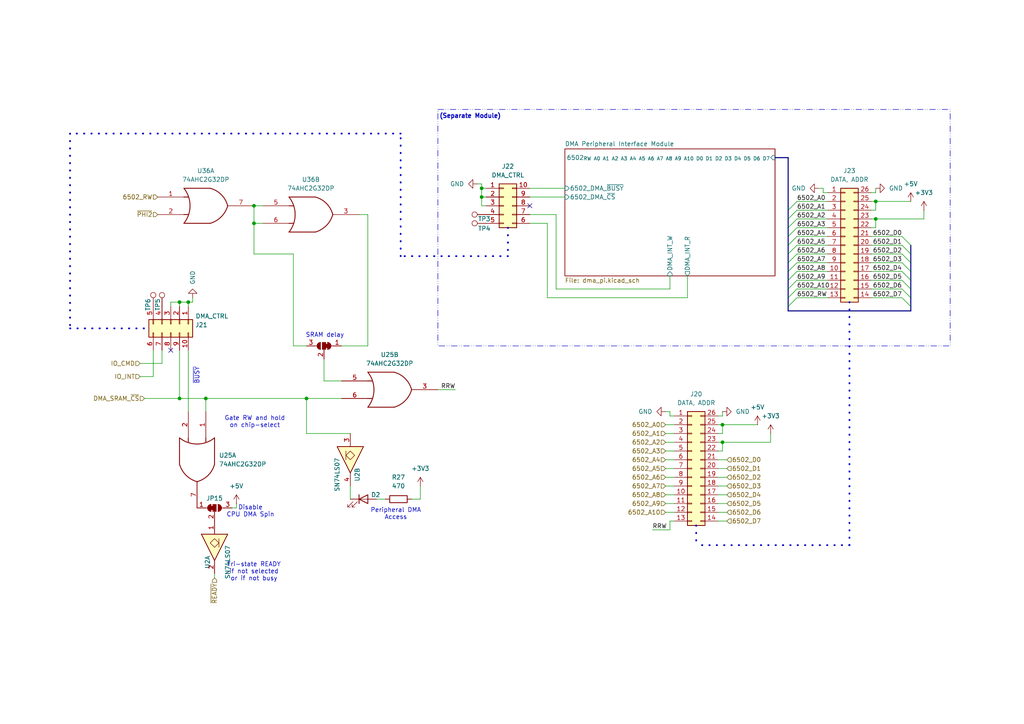
<source format=kicad_sch>
(kicad_sch (version 20250114) (generator "eeschema") (generator_version "9.0")
  (paper "A4")
  (title_block (title "65c02 Homebrew") (rev "Prelim") (company "Joseph R. Freeston") (comment 2 "https://github.com/snorklerjoe/useful6502") (comment 4 "A 65c02-based computer with peripheral i/o offloaded to a PIC16 microcontroller."))
  (lib_symbols
    (symbol "74xGxx:74LVC2G32"
      (property "Reference" "U" (at -7.62 7.62 0))
      (property "Value" "74LVC2G32" (at -7.62 -7.62 0))
      (symbol "74LVC2G32_1_1"
        (arc (start -7.62 5.08) (mid -5.838 0) (end -7.62 -5.08) (stroke (width 0.254)))
        (polyline (pts (xy -7.62 2.54) (xy -6.35 2.54)) (stroke (width 0.254)) (fill (type background)))
        (polyline (pts (xy -7.62 -2.54) (xy -6.35 -2.54)) (stroke (width 0.254)) (fill (type background)))
        (arc (start 5.08 0) (mid 3.202 -3.202) (end 0 -5.08) (stroke (width 0.254)))
        (arc (start 0 5.08) (mid 3.2271 3.2271) (end 5.08 0) (stroke (width 0.254)))
        (polyline (pts (xy 0 5.08) (xy -7.62 5.08)) (stroke (width 0.254)) (fill (type background)))
        (polyline (pts (xy 0 -5.08) (xy -7.62 -5.08)) (stroke (width 0.254)) (fill (type background)))
        (pin input line (at -15.24 2.54 0) (length 7.62) (name "~") (number "1"))
        (pin input line (at -15.24 -2.54 0) (length 7.62) (name "~") (number "2"))
        (pin output line (at 12.7 0 180) (length 7.62) (name "~") (number "7"))
      )
      (symbol "74LVC2G32_2_1"
        (arc (start -7.62 5.08) (mid -5.838 0) (end -7.62 -5.08) (stroke (width 0.254)))
        (polyline (pts (xy -7.62 2.54) (xy -6.35 2.54)) (stroke (width 0.254)) (fill (type background)))
        (polyline (pts (xy -7.62 -2.54) (xy -6.35 -2.54)) (stroke (width 0.254)) (fill (type background)))
        (arc (start 5.08 0) (mid 3.202 -3.202) (end 0 -5.08) (stroke (width 0.254)))
        (arc (start 0 5.08) (mid 3.2271 3.2271) (end 5.08 0) (stroke (width 0.254)))
        (polyline (pts (xy 0 5.08) (xy -7.62 5.08)) (stroke (width 0.254)) (fill (type background)))
        (polyline (pts (xy 0 -5.08) (xy -7.62 -5.08)) (stroke (width 0.254)) (fill (type background)))
        (pin input line (at -15.24 2.54 0) (length 7.62) (name "~") (number "5"))
        (pin input line (at -15.24 -2.54 0) (length 7.62) (name "~") (number "6"))
        (pin output line (at 12.7 0 180) (length 7.62) (name "~") (number "3"))
      )
      (symbol "74LVC2G32_3_0"
        (rectangle (start -5.08 -5.08) (end 5.08 5.08) (stroke (width 0.254)) (fill (type background)))
      )
      (symbol "74LVC2G32_3_1"
        (pin power_in line (at 0 10.16 270) (length 5.08) (name "VCC") (number "8"))
        (pin power_in line (at 0 -10.16 90) (length 5.08) (name "GND") (number "4"))
      )
    )
    (symbol "74xx:SN74LS07" (pin_names (offset 1.016))
      (property "Reference" "U2" (at 4.318 2.032 0))
      (property "Value" "SN74LS07" (at 4.318 -3.81 0))
      (symbol "SN74LS07_1_0"
        (polyline (pts (xy -3.81 3.81) (xy -3.81 -3.81) (xy 3.81 0) (xy -3.81 3.81)) (stroke (width 0.254)) (fill (type background)))
        (pin input line (at -7.62 0 0) (length 3.81) (name "~") (number "1"))
        (pin open_collector line (at 7.62 0 180) (length 3.81) (name "~") (number "2"))
      )
      (symbol "SN74LS07_1_1"
        (polyline (pts (xy -2.54 -1.27) (xy 0 -1.27)))
        (polyline (pts (xy -1.27 1.27) (xy 0 0) (xy -1.27 -1.27) (xy -2.54 0) (xy -1.27 1.27)))
      )
      (symbol "SN74LS07_2_0"
        (polyline (pts (xy -3.81 3.81) (xy -3.81 -3.81) (xy 3.81 0) (xy -3.81 3.81)) (stroke (width 0.254)) (fill (type background)))
        (pin input line (at -7.62 0 0) (length 3.81) (name "~") (number "3"))
        (pin open_collector line (at 7.62 0 180) (length 3.81) (name "~") (number "4"))
      )
      (symbol "SN74LS07_2_1"
        (polyline (pts (xy -2.54 -1.27) (xy 0 -1.27)))
        (polyline (pts (xy -1.27 1.27) (xy 0 0) (xy -1.27 -1.27) (xy -2.54 0) (xy -1.27 1.27)))
      )
      (symbol "SN74LS07_3_0"
        (polyline (pts (xy -3.81 3.81) (xy -3.81 -3.81) (xy 3.81 0) (xy -3.81 3.81)) (stroke (width 0.254)) (fill (type background)))
        (pin input line (at -7.62 0 0) (length 3.81) (name "~") (number "5"))
        (pin open_collector line (at 7.62 0 180) (length 3.81) (name "~") (number "6"))
      )
      (symbol "SN74LS07_3_1"
        (polyline (pts (xy -2.54 -1.27) (xy 0 -1.27)))
        (polyline (pts (xy -1.27 1.27) (xy 0 0) (xy -1.27 -1.27) (xy -2.54 0) (xy -1.27 1.27)))
      )
      (symbol "SN74LS07_4_0"
        (polyline (pts (xy -3.81 3.81) (xy -3.81 -3.81) (xy 3.81 0) (xy -3.81 3.81)) (stroke (width 0.254)) (fill (type background)))
        (pin input line (at -7.62 0 0) (length 3.81) (name "~") (number "9"))
        (pin open_collector line (at 7.62 0 180) (length 3.81) (name "~") (number "8"))
      )
      (symbol "SN74LS07_4_1"
        (polyline (pts (xy -2.54 -1.27) (xy 0 -1.27)))
        (polyline (pts (xy -1.27 1.27) (xy 0 0) (xy -1.27 -1.27) (xy -2.54 0) (xy -1.27 1.27)))
      )
      (symbol "SN74LS07_5_0"
        (polyline (pts (xy -3.81 3.81) (xy -3.81 -3.81) (xy 3.81 0) (xy -3.81 3.81)) (stroke (width 0.254)) (fill (type background)))
        (pin input line (at -7.62 0 0) (length 3.81) (name "~") (number "11"))
        (pin open_collector line (at 7.62 0 180) (length 3.81) (name "~") (number "10"))
      )
      (symbol "SN74LS07_5_1"
        (polyline (pts (xy -2.54 -1.27) (xy 0 -1.27)))
        (polyline (pts (xy -1.27 1.27) (xy 0 0) (xy -1.27 -1.27) (xy -2.54 0) (xy -1.27 1.27)))
      )
      (symbol "SN74LS07_6_0"
        (polyline (pts (xy -3.81 3.81) (xy -3.81 -3.81) (xy 3.81 0) (xy -3.81 3.81)) (stroke (width 0.254)) (fill (type background)))
        (pin input line (at -7.62 0 0) (length 3.81) (name "~") (number "13"))
        (pin open_collector line (at 7.62 0 180) (length 3.81) (name "~") (number "12"))
      )
      (symbol "SN74LS07_6_1"
        (polyline (pts (xy -2.54 -1.27) (xy 0 -1.27)))
        (polyline (pts (xy -1.27 1.27) (xy 0 0) (xy -1.27 -1.27) (xy -2.54 0) (xy -1.27 1.27)))
      )
      (symbol "SN74LS07_7_0"
        (pin power_in line (at 0 12.7 270) (length 5.08) (name "VCC") (number "14"))
        (pin power_in line (at 0 -12.7 90) (length 5.08) (name "GND") (number "7"))
      )
      (symbol "SN74LS07_7_1"
        (rectangle (start -5.08 7.62) (end 5.08 -7.62) (stroke (width 0.254)) (fill (type background)))
      )
    )
    (symbol "Connector:TestPoint" (pin_numbers (hide yes)) (pin_names (offset 0.762) (hide yes))
      (property "Reference" "TP" (at 0 6.858 0))
      (property "Value" "TestPoint" (at 0 5.08 0))
      (symbol "TestPoint_0_1"
        (circle (center 0 3.302) (radius 0.762))
      )
      (symbol "TestPoint_1_1"
        (pin passive line (at 0 0 90) (length 2.54) (name "1") (number "1"))
      )
    )
    (symbol "Connector_Generic:Conn_02x05_Counter_Clockwise" (pin_names (offset 1.016) (hide yes))
      (property "Reference" "J" (at 1.27 7.62 0))
      (property "Value" "Conn_02x05_Counter_Clockwise" (at 1.27 -7.62 0))
      (symbol "Conn_02x05_Counter_Clockwise_1_1"
        (rectangle (start -1.27 6.35) (end 3.81 -6.35) (stroke (width 0.254)) (fill (type background)))
        (rectangle (start -1.27 5.207) (end 0 4.953) (stroke (width 0.1524)))
        (rectangle (start -1.27 2.667) (end 0 2.413) (stroke (width 0.1524)))
        (rectangle (start -1.27 0.127) (end 0 -0.127) (stroke (width 0.1524)))
        (rectangle (start -1.27 -2.413) (end 0 -2.667) (stroke (width 0.1524)))
        (rectangle (start -1.27 -4.953) (end 0 -5.207) (stroke (width 0.1524)))
        (rectangle (start 3.81 5.207) (end 2.54 4.953) (stroke (width 0.1524)))
        (rectangle (start 3.81 2.667) (end 2.54 2.413) (stroke (width 0.1524)))
        (rectangle (start 3.81 0.127) (end 2.54 -0.127) (stroke (width 0.1524)))
        (rectangle (start 3.81 -2.413) (end 2.54 -2.667) (stroke (width 0.1524)))
        (rectangle (start 3.81 -4.953) (end 2.54 -5.207) (stroke (width 0.1524)))
        (pin passive line (at -5.08 5.08 0) (length 3.81) (name "Pin_1") (number "1"))
        (pin passive line (at -5.08 2.54 0) (length 3.81) (name "Pin_2") (number "2"))
        (pin passive line (at -5.08 0 0) (length 3.81) (name "Pin_3") (number "3"))
        (pin passive line (at -5.08 -2.54 0) (length 3.81) (name "Pin_4") (number "4"))
        (pin passive line (at -5.08 -5.08 0) (length 3.81) (name "Pin_5") (number "5"))
        (pin passive line (at 7.62 5.08 180) (length 3.81) (name "Pin_10") (number "10"))
        (pin passive line (at 7.62 2.54 180) (length 3.81) (name "Pin_9") (number "9"))
        (pin passive line (at 7.62 0 180) (length 3.81) (name "Pin_8") (number "8"))
        (pin passive line (at 7.62 -2.54 180) (length 3.81) (name "Pin_7") (number "7"))
        (pin passive line (at 7.62 -5.08 180) (length 3.81) (name "Pin_6") (number "6"))
      )
    )
    (symbol "Connector_Generic:Conn_02x13_Counter_Clockwise" (pin_names (offset 1.016) (hide yes))
      (property "Reference" "J" (at 1.27 17.78 0))
      (property "Value" "Conn_02x13_Counter_Clockwise" (at 1.27 -17.78 0))
      (symbol "Conn_02x13_Counter_Clockwise_1_1"
        (rectangle (start -1.27 16.51) (end 3.81 -16.51) (stroke (width 0.254)) (fill (type background)))
        (rectangle (start -1.27 15.367) (end 0 15.113) (stroke (width 0.1524)))
        (rectangle (start -1.27 12.827) (end 0 12.573) (stroke (width 0.1524)))
        (rectangle (start -1.27 10.287) (end 0 10.033) (stroke (width 0.1524)))
        (rectangle (start -1.27 7.747) (end 0 7.493) (stroke (width 0.1524)))
        (rectangle (start -1.27 5.207) (end 0 4.953) (stroke (width 0.1524)))
        (rectangle (start -1.27 2.667) (end 0 2.413) (stroke (width 0.1524)))
        (rectangle (start -1.27 0.127) (end 0 -0.127) (stroke (width 0.1524)))
        (rectangle (start -1.27 -2.413) (end 0 -2.667) (stroke (width 0.1524)))
        (rectangle (start -1.27 -4.953) (end 0 -5.207) (stroke (width 0.1524)))
        (rectangle (start -1.27 -7.493) (end 0 -7.747) (stroke (width 0.1524)))
        (rectangle (start -1.27 -10.033) (end 0 -10.287) (stroke (width 0.1524)))
        (rectangle (start -1.27 -12.573) (end 0 -12.827) (stroke (width 0.1524)))
        (rectangle (start -1.27 -15.113) (end 0 -15.367) (stroke (width 0.1524)))
        (rectangle (start 3.81 15.367) (end 2.54 15.113) (stroke (width 0.1524)))
        (rectangle (start 3.81 12.827) (end 2.54 12.573) (stroke (width 0.1524)))
        (rectangle (start 3.81 10.287) (end 2.54 10.033) (stroke (width 0.1524)))
        (rectangle (start 3.81 7.747) (end 2.54 7.493) (stroke (width 0.1524)))
        (rectangle (start 3.81 5.207) (end 2.54 4.953) (stroke (width 0.1524)))
        (rectangle (start 3.81 2.667) (end 2.54 2.413) (stroke (width 0.1524)))
        (rectangle (start 3.81 0.127) (end 2.54 -0.127) (stroke (width 0.1524)))
        (rectangle (start 3.81 -2.413) (end 2.54 -2.667) (stroke (width 0.1524)))
        (rectangle (start 3.81 -4.953) (end 2.54 -5.207) (stroke (width 0.1524)))
        (rectangle (start 3.81 -7.493) (end 2.54 -7.747) (stroke (width 0.1524)))
        (rectangle (start 3.81 -10.033) (end 2.54 -10.287) (stroke (width 0.1524)))
        (rectangle (start 3.81 -12.573) (end 2.54 -12.827) (stroke (width 0.1524)))
        (rectangle (start 3.81 -15.113) (end 2.54 -15.367) (stroke (width 0.1524)))
        (pin passive line (at -5.08 15.24 0) (length 3.81) (name "Pin_1") (number "1"))
        (pin passive line (at -5.08 12.7 0) (length 3.81) (name "Pin_2") (number "2"))
        (pin passive line (at -5.08 10.16 0) (length 3.81) (name "Pin_3") (number "3"))
        (pin passive line (at -5.08 7.62 0) (length 3.81) (name "Pin_4") (number "4"))
        (pin passive line (at -5.08 5.08 0) (length 3.81) (name "Pin_5") (number "5"))
        (pin passive line (at -5.08 2.54 0) (length 3.81) (name "Pin_6") (number "6"))
        (pin passive line (at -5.08 0 0) (length 3.81) (name "Pin_7") (number "7"))
        (pin passive line (at -5.08 -2.54 0) (length 3.81) (name "Pin_8") (number "8"))
        (pin passive line (at -5.08 -5.08 0) (length 3.81) (name "Pin_9") (number "9"))
        (pin passive line (at -5.08 -7.62 0) (length 3.81) (name "Pin_10") (number "10"))
        (pin passive line (at -5.08 -10.16 0) (length 3.81) (name "Pin_11") (number "11"))
        (pin passive line (at -5.08 -12.7 0) (length 3.81) (name "Pin_12") (number "12"))
        (pin passive line (at -5.08 -15.24 0) (length 3.81) (name "Pin_13") (number "13"))
        (pin passive line (at 7.62 15.24 180) (length 3.81) (name "Pin_26") (number "26"))
        (pin passive line (at 7.62 12.7 180) (length 3.81) (name "Pin_25") (number "25"))
        (pin passive line (at 7.62 10.16 180) (length 3.81) (name "Pin_24") (number "24"))
        (pin passive line (at 7.62 7.62 180) (length 3.81) (name "Pin_23") (number "23"))
        (pin passive line (at 7.62 5.08 180) (length 3.81) (name "Pin_22") (number "22"))
        (pin passive line (at 7.62 2.54 180) (length 3.81) (name "Pin_21") (number "21"))
        (pin passive line (at 7.62 0 180) (length 3.81) (name "Pin_20") (number "20"))
        (pin passive line (at 7.62 -2.54 180) (length 3.81) (name "Pin_19") (number "19"))
        (pin passive line (at 7.62 -5.08 180) (length 3.81) (name "Pin_18") (number "18"))
        (pin passive line (at 7.62 -7.62 180) (length 3.81) (name "Pin_17") (number "17"))
        (pin passive line (at 7.62 -10.16 180) (length 3.81) (name "Pin_16") (number "16"))
        (pin passive line (at 7.62 -12.7 180) (length 3.81) (name "Pin_15") (number "15"))
        (pin passive line (at 7.62 -15.24 180) (length 3.81) (name "Pin_14") (number "14"))
      )
    )
    (symbol "Device:LED" (pin_numbers (hide yes)) (pin_names (offset 1.016) (hide yes))
      (property "Reference" "D" (at 0 2.54 0))
      (property "Value" "LED" (at 0 -2.54 0))
      (symbol "LED_0_1"
        (polyline (pts (xy -3.048 -0.762) (xy -4.572 -2.286) (xy -3.81 -2.286) (xy -4.572 -2.286) (xy -4.572 -1.524)))
        (polyline (pts (xy -1.778 -0.762) (xy -3.302 -2.286) (xy -2.54 -2.286) (xy -3.302 -2.286) (xy -3.302 -1.524)))
        (polyline (pts (xy -1.27 0) (xy 1.27 0)))
        (polyline (pts (xy -1.27 -1.27) (xy -1.27 1.27)) (stroke (width 0.254)))
        (polyline (pts (xy 1.27 -1.27) (xy 1.27 1.27) (xy -1.27 0) (xy 1.27 -1.27)) (stroke (width 0.254)))
      )
      (symbol "LED_1_1"
        (pin passive line (at -3.81 0 0) (length 2.54) (name "K") (number "1"))
        (pin passive line (at 3.81 0 180) (length 2.54) (name "A") (number "2"))
      )
    )
    (symbol "Device:R" (pin_numbers (hide yes)) (pin_names (offset 0))
      (property "Reference" "R" (at 2.032 0 90))
      (property "Value" "R" (at 0 0 90))
      (symbol "R_0_1"
        (rectangle (start -1.016 -2.54) (end 1.016 2.54) (stroke (width 0.254)))
      )
      (symbol "R_1_1"
        (pin passive line (at 0 3.81 270) (length 1.27) (name "~") (number "1"))
        (pin passive line (at 0 -3.81 90) (length 1.27) (name "~") (number "2"))
      )
    )
    (symbol "Jumper:SolderJumper_3_Bridged12" (pin_names (offset 0) (hide yes)) (in_bom no)
      (property "Reference" "JP" (at -2.54 -2.54 0))
      (property "Value" "SolderJumper_3_Bridged12" (at 0 2.794 0))
      (symbol "SolderJumper_3_Bridged12_0_1"
        (polyline (pts (xy -2.54 0) (xy -2.032 0)))
        (polyline (pts (xy -1.016 1.016) (xy -1.016 -1.016)))
        (rectangle (start -1.016 0.508) (end -0.508 -0.508) (fill (type outline)))
        (arc (start -1.016 -1.016) (mid -2.0276 0) (end -1.016 1.016))
        (arc (start -1.016 -1.016) (mid -2.0276 0) (end -1.016 1.016) (fill (type outline)))
        (rectangle (start -0.508 1.016) (end 0.508 -1.016) (fill (type outline)))
        (polyline (pts (xy 0 -1.27) (xy 0 -1.016)))
        (arc (start 1.016 1.016) (mid 2.0276 0) (end 1.016 -1.016))
        (arc (start 1.016 1.016) (mid 2.0276 0) (end 1.016 -1.016) (fill (type outline)))
        (polyline (pts (xy 1.016 1.016) (xy 1.016 -1.016)))
        (polyline (pts (xy 2.54 0) (xy 2.032 0)))
      )
      (symbol "SolderJumper_3_Bridged12_1_1"
        (pin passive line (at -5.08 0 0) (length 2.54) (name "A") (number "1"))
        (pin passive line (at 0 -3.81 90) (length 2.54) (name "C") (number "2"))
        (pin passive line (at 5.08 0 180) (length 2.54) (name "B") (number "3"))
      )
    )
    (symbol "SN74LS07_1" (pin_names (offset 1.016))
      (property "Reference" "U2" (at 4.318 2.032 0))
      (property "Value" "SN74LS07" (at 4.318 -3.81 0))
      (symbol "SN74LS07_1_1_0"
        (polyline (pts (xy -3.81 3.81) (xy -3.81 -3.81) (xy 3.81 0) (xy -3.81 3.81)) (stroke (width 0.254)) (fill (type background)))
        (pin input line (at -7.62 0 0) (length 3.81) (name "~") (number "1"))
        (pin open_collector line (at 7.62 0 180) (length 3.81) (name "~") (number "2"))
      )
      (symbol "SN74LS07_1_1_1"
        (polyline (pts (xy -2.54 -1.27) (xy 0 -1.27)))
        (polyline (pts (xy -1.27 1.27) (xy 0 0) (xy -1.27 -1.27) (xy -2.54 0) (xy -1.27 1.27)))
      )
      (symbol "SN74LS07_1_2_0"
        (polyline (pts (xy -3.81 3.81) (xy -3.81 -3.81) (xy 3.81 0) (xy -3.81 3.81)) (stroke (width 0.254)) (fill (type background)))
        (pin input line (at -7.62 0 0) (length 3.81) (name "~") (number "3"))
        (pin open_collector line (at 7.62 0 180) (length 3.81) (name "~") (number "4"))
      )
      (symbol "SN74LS07_1_2_1"
        (polyline (pts (xy -2.54 -1.27) (xy 0 -1.27)))
        (polyline (pts (xy -1.27 1.27) (xy 0 0) (xy -1.27 -1.27) (xy -2.54 0) (xy -1.27 1.27)))
      )
      (symbol "SN74LS07_1_3_0"
        (polyline (pts (xy -3.81 3.81) (xy -3.81 -3.81) (xy 3.81 0) (xy -3.81 3.81)) (stroke (width 0.254)) (fill (type background)))
        (pin input line (at -7.62 0 0) (length 3.81) (name "~") (number "5"))
        (pin open_collector line (at 7.62 0 180) (length 3.81) (name "~") (number "6"))
      )
      (symbol "SN74LS07_1_3_1"
        (polyline (pts (xy -2.54 -1.27) (xy 0 -1.27)))
        (polyline (pts (xy -1.27 1.27) (xy 0 0) (xy -1.27 -1.27) (xy -2.54 0) (xy -1.27 1.27)))
      )
      (symbol "SN74LS07_1_4_0"
        (polyline (pts (xy -3.81 3.81) (xy -3.81 -3.81) (xy 3.81 0) (xy -3.81 3.81)) (stroke (width 0.254)) (fill (type background)))
        (pin input line (at -7.62 0 0) (length 3.81) (name "~") (number "9"))
        (pin open_collector line (at 7.62 0 180) (length 3.81) (name "~") (number "8"))
      )
      (symbol "SN74LS07_1_4_1"
        (polyline (pts (xy -2.54 -1.27) (xy 0 -1.27)))
        (polyline (pts (xy -1.27 1.27) (xy 0 0) (xy -1.27 -1.27) (xy -2.54 0) (xy -1.27 1.27)))
      )
      (symbol "SN74LS07_1_5_0"
        (polyline (pts (xy -3.81 3.81) (xy -3.81 -3.81) (xy 3.81 0) (xy -3.81 3.81)) (stroke (width 0.254)) (fill (type background)))
        (pin input line (at -7.62 0 0) (length 3.81) (name "~") (number "11"))
        (pin open_collector line (at 7.62 0 180) (length 3.81) (name "~") (number "10"))
      )
      (symbol "SN74LS07_1_5_1"
        (polyline (pts (xy -2.54 -1.27) (xy 0 -1.27)))
        (polyline (pts (xy -1.27 1.27) (xy 0 0) (xy -1.27 -1.27) (xy -2.54 0) (xy -1.27 1.27)))
      )
      (symbol "SN74LS07_1_6_0"
        (polyline (pts (xy -3.81 3.81) (xy -3.81 -3.81) (xy 3.81 0) (xy -3.81 3.81)) (stroke (width 0.254)) (fill (type background)))
        (pin input line (at -7.62 0 0) (length 3.81) (name "~") (number "13"))
        (pin open_collector line (at 7.62 0 180) (length 3.81) (name "~") (number "12"))
      )
      (symbol "SN74LS07_1_6_1"
        (polyline (pts (xy -2.54 -1.27) (xy 0 -1.27)))
        (polyline (pts (xy -1.27 1.27) (xy 0 0) (xy -1.27 -1.27) (xy -2.54 0) (xy -1.27 1.27)))
      )
      (symbol "SN74LS07_1_7_0"
        (pin power_in line (at 0 12.7 270) (length 5.08) (name "VCC") (number "14"))
        (pin power_in line (at 0 -12.7 90) (length 5.08) (name "GND") (number "7"))
      )
      (symbol "SN74LS07_1_7_1"
        (rectangle (start -5.08 7.62) (end 5.08 -7.62) (stroke (width 0.254)) (fill (type background)))
      )
    )
    (symbol "power:+3V3" (power) (pin_numbers (hide yes)) (pin_names (offset 0) (hide yes))
      (property "Value" "+3V3" (at 0 3.556 0))
      (symbol "+3V3_0_1"
        (polyline (pts (xy -0.762 1.27) (xy 0 2.54)))
        (polyline (pts (xy 0 2.54) (xy 0.762 1.27)))
        (polyline (pts (xy 0 0) (xy 0 2.54)))
      )
      (symbol "+3V3_1_1"
        (pin power_in line (at 0 0 90) (length 0) (name "~") (number "1"))
      )
    )
    (symbol "power:+5V" (power) (pin_numbers (hide yes)) (pin_names (offset 0) (hide yes))
      (property "Value" "+5V" (at 0 3.556 0))
      (symbol "+5V_0_1"
        (polyline (pts (xy -0.762 1.27) (xy 0 2.54)))
        (polyline (pts (xy 0 2.54) (xy 0.762 1.27)))
        (polyline (pts (xy 0 0) (xy 0 2.54)))
      )
      (symbol "+5V_1_1"
        (pin power_in line (at 0 0 90) (length 0) (name "~") (number "1"))
      )
    )
    (symbol "power:GND" (power) (pin_numbers (hide yes)) (pin_names (offset 0) (hide yes))
      (property "Value" "GND" (at 0 -3.81 0))
      (symbol "GND_0_1"
        (polyline (pts (xy 0 0) (xy 0 -1.27) (xy 1.27 -1.27) (xy 0 -2.54) (xy -1.27 -1.27) (xy 0 -1.27)))
      )
      (symbol "GND_1_1"
        (pin power_in line (at 0 0 270) (length 0) (name "~") (number "1"))
      )
    )
  )
  (rectangle (start 127 31.75) (end 275.59 100.33) (stroke (width 0) (type dash_dot_dot)))
  (text "SRAM delay" (at 94.234 97.282 0) (effects (font (size 1.27 1.27))))
  (text "Gate RW and hold\non chip-select" (at 73.914 122.428 0) (effects (font (size 1.27 1.27))))
  (text "Tri-state READY\nif not selected\nor if not busy" (at 73.66 165.862 0) (effects (font (size 1.27 1.27))))
  (text "(Separate Module)" (at 136.398 33.782 0) (effects (font (size 1.27 1.27) (thickness 0.254) (bold yes))))
  (text "~{BUSY}" (at 57.15 108.966 90) (effects (font (size 1.27 1.27))))
  (text "Disable\nCPU DMA Spin" (at 72.644 148.336 0) (effects (font (size 1.27 1.27))))
  (text "Peripheral DMA\nAccess" (at 114.808 149.098 0) (effects (font (size 1.27 1.27))))
  (junction (at 209.55 123.19))
  (junction (at 73.66 64.77))
  (junction (at 88.9 115.57))
  (junction (at 54.61 87.63))
  (junction (at 254 58.42))
  (junction (at 52.07 87.63))
  (junction (at 73.66 59.69))
  (junction (at 139.7 54.61))
  (junction (at 59.69 115.57))
  (junction (at 52.07 115.57))
  (junction (at 254 63.5))
  (junction (at 209.55 128.27))
  (junction (at 139.7 57.15))
  (no_connect (at 49.53 101.6))
  (no_connect (at 153.67 59.69))
  (bus_entry (at 228.6 78.74) (size 2.54 -2.54))
  (bus_entry (at 228.6 66.04) (size 2.54 -2.54))
  (bus_entry (at 228.6 68.58) (size 2.54 -2.54))
  (bus_entry (at 264.16 81.28) (size -2.54 -2.54))
  (bus_entry (at 228.6 63.5) (size 2.54 -2.54))
  (bus_entry (at 228.6 88.9) (size 2.54 -2.54))
  (bus_entry (at 228.6 76.2) (size 2.54 -2.54))
  (bus_entry (at 264.16 73.66) (size -2.54 -2.54))
  (bus_entry (at 264.16 86.36) (size -2.54 -2.54))
  (bus_entry (at 264.16 88.9) (size -2.54 -2.54))
  (bus_entry (at 228.6 83.82) (size 2.54 -2.54))
  (bus_entry (at 228.6 71.12) (size 2.54 -2.54))
  (bus_entry (at 228.6 60.96) (size 2.54 -2.54))
  (bus_entry (at 264.16 76.2) (size -2.54 -2.54))
  (bus_entry (at 228.6 86.36) (size 2.54 -2.54))
  (bus_entry (at 264.16 83.82) (size -2.54 -2.54))
  (bus_entry (at 228.6 73.66) (size 2.54 -2.54))
  (bus_entry (at 264.16 71.12) (size -2.54 -2.54))
  (bus_entry (at 264.16 78.74) (size -2.54 -2.54))
  (bus_entry (at 228.6 81.28) (size 2.54 -2.54))
  (wire (pts (xy 153.67 54.61) (xy 163.83 54.61)))
  (wire (pts (xy 52.07 87.63) (xy 49.53 87.63)))
  (wire (pts (xy 52.07 115.57) (xy 59.69 115.57)))
  (wire (pts (xy 88.9 115.57) (xy 99.06 115.57)))
  (wire (pts (xy 73.66 73.66) (xy 73.66 64.77)))
  (wire (pts (xy 193.04 119.38) (xy 194.31 119.38)))
  (wire (pts (xy 254 58.42) (xy 254 60.96)))
  (bus (pts (xy 228.6 90.17) (xy 228.6 88.9)))
  (wire (pts (xy 252.73 55.88) (xy 254 55.88)))
  (wire (pts (xy 252.73 63.5) (xy 254 63.5)))
  (wire (pts (xy 121.92 144.78) (xy 119.38 144.78)))
  (wire (pts (xy 252.73 60.96) (xy 254 60.96)))
  (bus (pts (xy 228.6 66.04) (xy 228.6 68.58)))
  (bus (pts (xy 228.6 76.2) (xy 228.6 78.74)))
  (wire (pts (xy 194.31 153.67) (xy 194.31 151.13)))
  (wire (pts (xy 193.04 135.89) (xy 195.58 135.89)))
  (wire (pts (xy 68.58 147.32) (xy 67.31 147.32)))
  (wire (pts (xy 161.29 62.23) (xy 161.29 83.82)))
  (bus (pts (xy 224.79 45.72) (xy 228.6 45.72)))
  (bus (pts (xy 228.6 81.28) (xy 228.6 83.82)))
  (wire (pts (xy 153.67 62.23) (xy 161.29 62.23)))
  (wire (pts (xy 193.04 146.05) (xy 195.58 146.05)))
  (wire (pts (xy 59.69 115.57) (xy 88.9 115.57)))
  (wire (pts (xy 240.03 76.2) (xy 231.14 76.2)))
  (wire (pts (xy 261.62 76.2) (xy 252.73 76.2)))
  (wire (pts (xy 252.73 71.12) (xy 261.62 71.12)))
  (wire (pts (xy 208.28 128.27) (xy 209.55 128.27)))
  (bus (pts (xy 264.16 90.17) (xy 264.16 88.9)))
  (wire (pts (xy 252.73 66.04) (xy 254 66.04)))
  (wire (pts (xy 237.49 54.61) (xy 238.76 54.61)))
  (wire (pts (xy 158.75 86.36) (xy 199.39 86.36)))
  (wire (pts (xy 193.04 143.51) (xy 195.58 143.51)))
  (wire (pts (xy 127 113.03) (xy 132.08 113.03)))
  (polyline (pts (xy 246.38 158.115) (xy 201.93 158.115)) (stroke (width 0.508) (type dot)))
  (bus (pts (xy 228.6 86.36) (xy 228.6 88.9)))
  (wire (pts (xy 252.73 81.28) (xy 261.62 81.28)))
  (wire (pts (xy 73.66 59.69) (xy 73.66 64.77)))
  (wire (pts (xy 199.39 80.01) (xy 199.39 86.36)))
  (wire (pts (xy 209.55 130.81) (xy 209.55 128.27)))
  (bus (pts (xy 264.16 71.12) (xy 264.16 73.66)))
  (wire (pts (xy 240.03 58.42) (xy 231.14 58.42)))
  (wire (pts (xy 55.88 87.63) (xy 54.61 87.63)))
  (wire (pts (xy 52.07 88.9) (xy 52.07 87.63)))
  (wire (pts (xy 189.23 153.67) (xy 194.31 153.67)))
  (wire (pts (xy 240.03 68.58) (xy 231.14 68.58)))
  (wire (pts (xy 140.97 57.15) (xy 139.7 57.15)))
  (wire (pts (xy 140.97 59.69) (xy 139.7 59.69)))
  (polyline (pts (xy 20.32 38.735) (xy 20.32 95.25)) (stroke (width 0.508) (type dot)))
  (wire (pts (xy 240.03 86.36) (xy 231.14 86.36)))
  (wire (pts (xy 254 58.42) (xy 264.16 58.42)))
  (polyline (pts (xy 116.205 38.735) (xy 20.32 38.735)) (stroke (width 0.508) (type dot)))
  (wire (pts (xy 193.04 138.43) (xy 195.58 138.43)))
  (polyline (pts (xy 116.205 74.295) (xy 116.205 38.735)) (stroke (width 0.508) (type dot)))
  (wire (pts (xy 49.53 88.9) (xy 49.53 87.63)))
  (wire (pts (xy 153.67 57.15) (xy 163.83 57.15)))
  (bus (pts (xy 264.16 78.74) (xy 264.16 81.28)))
  (wire (pts (xy 254 66.04) (xy 254 63.5)))
  (wire (pts (xy 193.04 133.35) (xy 195.58 133.35)))
  (wire (pts (xy 240.03 83.82) (xy 231.14 83.82)))
  (wire (pts (xy 139.7 53.34) (xy 139.7 54.61)))
  (wire (pts (xy 252.73 68.58) (xy 261.62 68.58)))
  (wire (pts (xy 240.03 78.74) (xy 231.14 78.74)))
  (bus (pts (xy 228.6 63.5) (xy 228.6 66.04)))
  (wire (pts (xy 208.28 120.65) (xy 209.55 120.65)))
  (wire (pts (xy 240.03 81.28) (xy 231.14 81.28)))
  (wire (pts (xy 208.28 143.51) (xy 210.82 143.51)))
  (wire (pts (xy 138.43 53.34) (xy 139.7 53.34)))
  (wire (pts (xy 68.58 146.05) (xy 68.58 147.32)))
  (bus (pts (xy 264.16 76.2) (xy 264.16 78.74)))
  (wire (pts (xy 194.31 120.65) (xy 195.58 120.65)))
  (wire (pts (xy 158.75 64.77) (xy 153.67 64.77)))
  (wire (pts (xy 158.75 86.36) (xy 158.75 64.77)))
  (wire (pts (xy 104.14 62.23) (xy 106.68 62.23)))
  (wire (pts (xy 254 54.61) (xy 254 55.88)))
  (wire (pts (xy 46.99 101.6) (xy 46.99 105.41)))
  (wire (pts (xy 194.31 151.13) (xy 195.58 151.13)))
  (wire (pts (xy 40.64 105.41) (xy 46.99 105.41)))
  (wire (pts (xy 52.07 101.6) (xy 52.07 115.57)))
  (bus (pts (xy 264.16 81.28) (xy 264.16 83.82)))
  (wire (pts (xy 85.09 73.66) (xy 73.66 73.66)))
  (wire (pts (xy 99.06 100.33) (xy 106.68 100.33)))
  (wire (pts (xy 240.03 71.12) (xy 231.14 71.12)))
  (wire (pts (xy 238.76 55.88) (xy 240.03 55.88)))
  (wire (pts (xy 111.76 144.78) (xy 109.22 144.78)))
  (polyline (pts (xy 246.38 87.63) (xy 246.38 158.115)) (stroke (width 0.508) (type dot)))
  (wire (pts (xy 93.98 110.49) (xy 99.06 110.49)))
  (wire (pts (xy 101.6 144.78) (xy 101.6 140.97)))
  (wire (pts (xy 267.97 63.5) (xy 267.97 60.96)))
  (bus (pts (xy 228.6 68.58) (xy 228.6 71.12)))
  (wire (pts (xy 54.61 87.63) (xy 54.61 88.9)))
  (wire (pts (xy 193.04 140.97) (xy 195.58 140.97)))
  (wire (pts (xy 193.04 148.59) (xy 195.58 148.59)))
  (wire (pts (xy 121.92 140.97) (xy 121.92 144.78)))
  (wire (pts (xy 139.7 54.61) (xy 139.7 57.15)))
  (wire (pts (xy 208.28 133.35) (xy 210.82 133.35)))
  (wire (pts (xy 208.28 135.89) (xy 210.82 135.89)))
  (wire (pts (xy 210.82 140.97) (xy 208.28 140.97)))
  (wire (pts (xy 208.28 123.19) (xy 209.55 123.19)))
  (polyline (pts (xy 201.93 152.4) (xy 201.93 158.115)) (stroke (width 0.508) (type dot)))
  (wire (pts (xy 88.9 125.73) (xy 88.9 115.57)))
  (wire (pts (xy 254 63.5) (xy 267.97 63.5)))
  (wire (pts (xy 240.03 63.5) (xy 231.14 63.5)))
  (wire (pts (xy 209.55 123.19) (xy 219.71 123.19)))
  (wire (pts (xy 193.04 125.73) (xy 195.58 125.73)))
  (wire (pts (xy 139.7 57.15) (xy 139.7 59.69)))
  (wire (pts (xy 85.09 100.33) (xy 85.09 73.66)))
  (bus (pts (xy 264.16 73.66) (xy 264.16 76.2)))
  (polyline (pts (xy 147.32 74.295) (xy 116.205 74.295)) (stroke (width 0.508) (type dot)))
  (bus (pts (xy 264.16 83.82) (xy 264.16 86.36)))
  (wire (pts (xy 252.73 58.42) (xy 254 58.42)))
  (wire (pts (xy 62.23 166.37) (xy 62.23 167.64)))
  (bus (pts (xy 228.6 83.82) (xy 228.6 86.36)))
  (bus (pts (xy 228.6 60.96) (xy 228.6 63.5)))
  (wire (pts (xy 238.76 54.61) (xy 238.76 55.88)))
  (wire (pts (xy 101.6 125.73) (xy 88.9 125.73)))
  (wire (pts (xy 41.91 115.57) (xy 52.07 115.57)))
  (wire (pts (xy 85.09 100.33) (xy 88.9 100.33)))
  (wire (pts (xy 55.88 86.36) (xy 55.88 87.63)))
  (wire (pts (xy 240.03 73.66) (xy 231.14 73.66)))
  (polyline (pts (xy 147.32 66.04) (xy 147.32 74.295)) (stroke (width 0.508) (type dot)))
  (wire (pts (xy 44.45 101.6) (xy 44.45 109.22)))
  (wire (pts (xy 193.04 128.27) (xy 195.58 128.27)))
  (wire (pts (xy 54.61 101.6) (xy 54.61 119.38)))
  (wire (pts (xy 240.03 60.96) (xy 231.14 60.96)))
  (wire (pts (xy 54.61 87.63) (xy 52.07 87.63)))
  (wire (pts (xy 208.28 130.81) (xy 209.55 130.81)))
  (wire (pts (xy 161.29 83.82) (xy 194.31 83.82)))
  (wire (pts (xy 252.73 86.36) (xy 261.62 86.36)))
  (wire (pts (xy 240.03 66.04) (xy 231.14 66.04)))
  (wire (pts (xy 76.2 64.77) (xy 73.66 64.77)))
  (wire (pts (xy 209.55 128.27) (xy 223.52 128.27)))
  (bus (pts (xy 264.16 90.17) (xy 228.6 90.17)))
  (wire (pts (xy 193.04 123.19) (xy 195.58 123.19)))
  (wire (pts (xy 106.68 62.23) (xy 106.68 100.33)))
  (wire (pts (xy 252.73 83.82) (xy 261.62 83.82)))
  (bus (pts (xy 264.16 86.36) (xy 264.16 88.9)))
  (bus (pts (xy 228.6 71.12) (xy 228.6 73.66)))
  (wire (pts (xy 209.55 119.38) (xy 209.55 120.65)))
  (wire (pts (xy 208.28 125.73) (xy 209.55 125.73)))
  (wire (pts (xy 139.7 54.61) (xy 140.97 54.61)))
  (bus (pts (xy 228.6 45.72) (xy 228.6 60.96)))
  (wire (pts (xy 208.28 148.59) (xy 210.82 148.59)))
  (wire (pts (xy 40.64 109.22) (xy 44.45 109.22)))
  (wire (pts (xy 223.52 128.27) (xy 223.52 125.73)))
  (wire (pts (xy 193.04 130.81) (xy 195.58 130.81)))
  (wire (pts (xy 76.2 59.69) (xy 73.66 59.69)))
  (polyline (pts (xy 20.32 95.25) (xy 43.18 95.25)) (stroke (width 0.508) (type dot)))
  (wire (pts (xy 208.28 151.13) (xy 210.82 151.13)))
  (wire (pts (xy 208.28 146.05) (xy 210.82 146.05)))
  (wire (pts (xy 208.28 138.43) (xy 210.82 138.43)))
  (wire (pts (xy 209.55 123.19) (xy 209.55 125.73)))
  (wire (pts (xy 252.73 78.74) (xy 261.62 78.74)))
  (wire (pts (xy 194.31 119.38) (xy 194.31 120.65)))
  (wire (pts (xy 194.31 80.01) (xy 194.31 83.82)))
  (wire (pts (xy 252.73 73.66) (xy 261.62 73.66)))
  (wire (pts (xy 59.69 115.57) (xy 59.69 119.38)))
  (bus (pts (xy 228.6 73.66) (xy 228.6 76.2)))
  (wire (pts (xy 93.98 104.14) (xy 93.98 110.49)))
  (bus (pts (xy 228.6 78.74) (xy 228.6 81.28)))
  (label "6502_D0" (at 261.62 68.58 180))
  (label "6502_A1" (at 231.14 60.96 0))
  (label "6502_A9" (at 231.14 81.28 0))
  (label "6502_A7" (at 231.14 76.2 0))
  (label "6502_D7" (at 261.62 86.36 180))
  (label "RRW" (at 132.08 113.03 180))
  (label "6502_A5" (at 231.14 71.12 0))
  (label "6502_D5" (at 261.62 81.28 180))
  (label "6502_D4" (at 261.62 78.74 180))
  (label "6502_A0" (at 231.14 58.42 0))
  (label "6502_D6" (at 261.62 83.82 180))
  (label "6502_D1" (at 261.62 71.12 180))
  (label "6502_A3" (at 231.14 66.04 0))
  (label "6502_A10" (at 231.14 83.82 0))
  (label "6502_RW" (at 231.14 86.36 0))
  (label "6502_A4" (at 231.14 68.58 0))
  (label "6502_D3" (at 261.62 76.2 180))
  (label "6502_D2" (at 261.62 73.66 180))
  (label "RRW" (at 189.23 153.67 0))
  (label "6502_A2" (at 231.14 63.5 0))
  (label "6502_A8" (at 231.14 78.74 0))
  (label "6502_A6" (at 231.14 73.66 0))
  (hierarchical_label "~{PHI2}" (shape input) (at 45.72 62.23 180))
  (hierarchical_label "6502_D2" (shape input) (at 210.82 138.43 0) (effects (font (thickness 0.1588))))
  (hierarchical_label "IO_CMD" (shape input) (at 40.64 105.41 180))
  (hierarchical_label "6502_A10" (shape input) (at 193.04 148.59 180) (effects (font (thickness 0.1588))))
  (hierarchical_label "6502_A4" (shape input) (at 193.04 133.35 180) (effects (font (thickness 0.1588))))
  (hierarchical_label "6502_D6" (shape input) (at 210.82 148.59 0) (effects (font (thickness 0.1588))))
  (hierarchical_label "6502_D0" (shape input) (at 210.82 133.35 0) (effects (font (thickness 0.1588))))
  (hierarchical_label "6502_A0" (shape input) (at 193.04 123.19 180) (effects (font (thickness 0.1588))))
  (hierarchical_label "6502_D1" (shape input) (at 210.82 135.89 0) (effects (font (thickness 0.1588))))
  (hierarchical_label "6502_RW" (shape input) (at 45.72 57.15 180) (effects (font (thickness 0.1588))))
  (hierarchical_label "6502_D3" (shape input) (at 210.82 140.97 0) (effects (font (thickness 0.1588))))
  (hierarchical_label "6502_A5" (shape input) (at 193.04 135.89 180) (effects (font (thickness 0.1588))))
  (hierarchical_label "6502_A3" (shape input) (at 193.04 130.81 180) (effects (font (thickness 0.1588))))
  (hierarchical_label "6502_D7" (shape input) (at 210.82 151.13 0) (effects (font (thickness 0.1588))))
  (hierarchical_label "DMA_SRAM_~{CS}" (shape input) (at 41.91 115.57 180))
  (hierarchical_label "6502_A9" (shape input) (at 193.04 146.05 180) (effects (font (thickness 0.1588))))
  (hierarchical_label "6502_D4" (shape input) (at 210.82 143.51 0) (effects (font (thickness 0.1588))))
  (hierarchical_label "6502_A8" (shape input) (at 193.04 143.51 180) (effects (font (thickness 0.1588))))
  (hierarchical_label "IO_INT" (shape input) (at 40.64 109.22 180))
  (hierarchical_label "6502_A2" (shape input) (at 193.04 128.27 180) (effects (font (thickness 0.1588))))
  (hierarchical_label "6502_D5" (shape input) (at 210.82 146.05 0) (effects (font (thickness 0.1588))))
  (hierarchical_label "6502_A7" (shape input) (at 193.04 140.97 180) (effects (font (thickness 0.1588))))
  (hierarchical_label "6502_A1" (shape input) (at 193.04 125.73 180) (effects (font (thickness 0.1588))))
  (hierarchical_label "6502_A6" (shape input) (at 193.04 138.43 180) (effects (font (thickness 0.1588))))
  (hierarchical_label "~{READY}" (shape input) (at 62.23 167.64 270))
  (symbol (lib_id "74xGxx:74LVC2G32") (at 91.44 62.23 0) (unit 2)
    (property "Reference" "U36" (at 90.17 52.07 0))
    (property "Value" "74AHC2G32DP" (at 90.17 54.61 0))
    (property "Datasheet" "http://www.ti.com/lit/sg/scyt129e/scyt129e.pdf" (effects (hide yes)))
    (property "Description" "Dual OR Gate, Low-Voltage CMOS" (effects (hide yes)))
  )
  (symbol (lib_id "74xGxx:74LVC2G32") (at 57.15 134.62 270) (unit 1)
    (property "Reference" "U25" (at 63.5 132.0799 90) (effects (justify left)))
    (property "Value" "74AHC2G32DP" (at 63.5 134.6199 90) (effects (justify left)))
    (property "Datasheet" "http://www.ti.com/lit/sg/scyt129e/scyt129e.pdf" (effects (hide yes)))
    (property "Description" "Dual OR Gate, Low-Voltage CMOS" (effects (hide yes)))
  )
  (symbol (lib_id "Connector:TestPoint") (at 140.97 64.77 90) (unit 1)
    (property "Reference" "TP4" (at 140.462 66.294 90))
    (property "Value" "TestPoint" (effects (hide yes)))
    (property "Description" "test point" (effects (hide yes)))
  )
  (symbol (lib_id "power:GND") (at 209.55 119.38 90) (unit 1)
    (property "Reference" "#PWR0103" (effects (hide yes)))
    (property "Value" "GND" (at 213.36 119.3799 90) (effects (justify right)))
    (property "Description" "Power symbol creates a global label with name \"GND\" , ground" (effects (hide yes)))
  )
  (symbol (lib_id "power:+3V3") (at 223.52 125.73 0) (unit 1)
    (property "Reference" "#PWR0105" (effects (hide yes)))
    (property "Value" "+3V3" (at 223.52 120.65 0))
    (property "Description" "Power symbol creates a global label with name \"+3V3\"" (effects (hide yes)))
  )
  (symbol (lib_id "Jumper:SolderJumper_3_Bridged12") (at 93.98 100.33 0) (mirror y) (unit 1) (in_bom no)
    (property "Reference" "JP22" (effects (hide yes)))
    (property "Value" "SolderJumper_3_Bridged12" (effects (hide yes)))
    (property "Description" "3-pole Solder Jumper, pins 1+2 closed/bridged" (effects (hide yes)))
  )
  (symbol (lib_id "74xGxx:74LVC2G32") (at 114.3 113.03 0) (unit 2)
    (property "Reference" "U25" (at 113.03 102.87 0))
    (property "Value" "74AHC2G32DP" (at 113.03 105.41 0))
    (property "Datasheet" "http://www.ti.com/lit/sg/scyt129e/scyt129e.pdf" (effects (hide yes)))
    (property "Description" "Dual OR Gate, Low-Voltage CMOS" (effects (hide yes)))
  )
  (symbol (lib_id "power:+3V3") (at 121.92 140.97 0) (unit 1)
    (property "Reference" "#PWR0108" (effects (hide yes)))
    (property "Value" "+3V3" (at 121.92 135.89 0))
    (property "Description" "Power symbol creates a global label with name \"+3V3\"" (effects (hide yes)))
  )
  (symbol (lib_id "power:+3V3") (at 267.97 60.96 0) (unit 1)
    (property "Reference" "#PWR0100" (effects (hide yes)))
    (property "Value" "+3V3" (at 267.97 55.88 0))
    (property "Description" "Power symbol creates a global label with name \"+3V3\"" (effects (hide yes)))
  )
  (symbol (lib_id "power:GND") (at 193.04 119.38 270) (unit 1)
    (property "Reference" "#PWR0102" (effects (hide yes)))
    (property "Value" "GND" (at 189.23 119.3799 90) (effects (justify right)))
    (property "Description" "Power symbol creates a global label with name \"GND\" , ground" (effects (hide yes)))
  )
  (symbol (lib_id "Connector_Generic:Conn_02x13_Counter_Clockwise") (at 200.66 135.89 0) (unit 1)
    (property "Reference" "J20" (at 201.93 114.3 0))
    (property "Value" "DATA, ADDR" (at 201.93 116.84 0))
    (property "Description" "Generic connector, double row, 02x13, counter clockwise pin numbering scheme (similar to DIP package numbering), script generated (kicad-library-utils/schlib/autogen/connector/)" (effects (hide yes)))
  )
  (symbol (lib_id "power:GND") (at 237.49 54.61 270) (unit 1)
    (property "Reference" "#PWR089" (effects (hide yes)))
    (property "Value" "GND" (at 233.68 54.6099 90) (effects (justify right)))
    (property "Description" "Power symbol creates a global label with name \"GND\" , ground" (effects (hide yes)))
  )
  (symbol (lib_id "Connector_Generic:Conn_02x05_Counter_Clockwise") (at 49.53 93.98 270) (unit 1)
    (property "Reference" "J21" (at 58.42 94.234 90))
    (property "Value" "DMA_CTRL" (at 61.468 91.694 90))
    (property "Description" "Generic connector, double row, 02x05, counter clockwise pin numbering scheme (similar to DIP package numbering), script generated (kicad-library-utils/schlib/autogen/connector/)" (effects (hide yes)))
  )
  (symbol (lib_id "Connector_Generic:Conn_02x05_Counter_Clockwise") (at 146.05 59.69 0) (unit 1)
    (property "Reference" "J22" (at 147.32 48.26 0))
    (property "Value" "DMA_CTRL" (at 147.32 50.8 0))
    (property "Description" "Generic connector, double row, 02x05, counter clockwise pin numbering scheme (similar to DIP package numbering), script generated (kicad-library-utils/schlib/autogen/connector/)" (effects (hide yes)))
  )
  (symbol (lib_id "power:+5V") (at 68.58 146.05 0) (unit 1)
    (property "Reference" "#PWR0107" (effects (hide yes)))
    (property "Value" "+5V" (at 68.58 140.97 0))
    (property "Description" "Power symbol creates a global label with name \"+5V\"" (effects (hide yes)))
  )
  (symbol (lib_id "Jumper:SolderJumper_3_Bridged12") (at 62.23 147.32 0) (unit 1) (in_bom no)
    (property "Reference" "JP15" (at 62.23 144.526 0))
    (property "Value" "SolderJumper_3_Bridged12" (effects (hide yes)))
    (property "Description" "3-pole Solder Jumper, pins 1+2 closed/bridged" (effects (hide yes)))
  )
  (symbol (lib_id "power:+5V") (at 219.71 123.19 0) (unit 1)
    (property "Reference" "#PWR0104" (effects (hide yes)))
    (property "Value" "+5V" (at 219.71 118.11 0))
    (property "Description" "Power symbol creates a global label with name \"+5V\"" (effects (hide yes)))
  )
  (symbol (lib_id "74xx:SN74LS07") (at 62.23 158.75 90) (mirror x) (unit 1)
    (property "Reference" "U2" (at 60.198 163.068 0))
    (property "Value" "SN74LS07" (at 66.04 163.068 0))
    (property "Datasheet" "www.ti.com/lit/ds/symlink/sn74ls07.pdf" (effects (hide yes)))
    (property "Description" "Hex Buffers and Drivers With Open Collector High Voltage Outputs" (effects (hide yes)))
  )
  (symbol (lib_id "Connector_Generic:Conn_02x13_Counter_Clockwise") (at 245.11 71.12 0) (unit 1)
    (property "Reference" "J23" (at 246.38 49.53 0))
    (property "Value" "DATA, ADDR" (at 246.38 52.07 0))
    (property "Description" "Generic connector, double row, 02x13, counter clockwise pin numbering scheme (similar to DIP package numbering), script generated (kicad-library-utils/schlib/autogen/connector/)" (effects (hide yes)))
  )
  (symbol (lib_id "power:GND") (at 55.88 86.36 180) (unit 1)
    (property "Reference" "#PWR0106" (effects (hide yes)))
    (property "Value" "GND" (at 55.8801 82.55 90) (effects (justify right)))
    (property "Description" "Power symbol creates a global label with name \"GND\" , ground" (effects (hide yes)))
  )
  (symbol (lib_id "power:GND") (at 254 54.61 90) (unit 1)
    (property "Reference" "#PWR098" (effects (hide yes)))
    (property "Value" "GND" (at 257.81 54.6099 90) (effects (justify right)))
    (property "Description" "Power symbol creates a global label with name \"GND\" , ground" (effects (hide yes)))
  )
  (symbol (lib_name "SN74LS07_1") (lib_id "74xx:SN74LS07") (at 101.6 133.35 270) (unit 2)
    (property "Reference" "U2" (at 103.632 137.668 0))
    (property "Value" "SN74LS07" (at 97.79 137.668 0))
    (property "Datasheet" "www.ti.com/lit/ds/symlink/sn74ls07.pdf" (effects (hide yes)))
    (property "Description" "Hex Buffers and Drivers With Open Collector High Voltage Outputs" (effects (hide yes)))
  )
  (symbol (lib_id "Connector:TestPoint") (at 46.99 88.9 0) (unit 1)
    (property "Reference" "TP5" (at 45.72 88.392 90))
    (property "Value" "TestPoint" (effects (hide yes)))
    (property "Description" "test point" (effects (hide yes)))
  )
  (symbol (lib_id "Device:LED") (at 105.41 144.78 0) (unit 1)
    (property "Reference" "D2" (at 108.966 143.51 0))
    (property "Value" "LED" (effects (hide yes)))
    (property "Description" "Light emitting diode" (effects (hide yes)))
    (property "Sim.Pins" "1=K 2=A" (effects (hide yes)))
  )
  (symbol (lib_id "Device:R") (at 115.57 144.78 270) (unit 1)
    (property "Reference" "R27" (at 115.57 138.43 90))
    (property "Value" "470" (at 115.57 140.97 90))
    (property "Description" "Resistor" (effects (hide yes)))
  )
  (symbol (lib_id "Connector:TestPoint") (at 44.45 88.9 0) (unit 1)
    (property "Reference" "TP6" (at 42.926 88.392 90))
    (property "Value" "TestPoint" (effects (hide yes)))
    (property "Description" "test point" (effects (hide yes)))
  )
  (symbol (lib_id "power:+5V") (at 264.16 58.42 0) (unit 1)
    (property "Reference" "#PWR099" (effects (hide yes)))
    (property "Value" "+5V" (at 264.16 53.34 0))
    (property "Description" "Power symbol creates a global label with name \"+5V\"" (effects (hide yes)))
  )
  (symbol (lib_id "power:GND") (at 138.43 53.34 270) (unit 1)
    (property "Reference" "#PWR0101" (effects (hide yes)))
    (property "Value" "GND" (at 134.62 53.3399 90) (effects (justify right)))
    (property "Description" "Power symbol creates a global label with name \"GND\" , ground" (effects (hide yes)))
  )
  (symbol (lib_id "Connector:TestPoint") (at 140.97 62.23 90) (unit 1)
    (property "Reference" "TP3" (at 140.462 63.5 90))
    (property "Value" "TestPoint" (effects (hide yes)))
    (property "Description" "test point" (effects (hide yes)))
  )
  (symbol (lib_id "74xGxx:74LVC2G32") (at 60.96 59.69 0) (unit 1)
    (property "Reference" "U36" (at 59.69 49.53 0))
    (property "Value" "74AHC2G32DP" (at 59.69 52.07 0))
    (property "Datasheet" "http://www.ti.com/lit/sg/scyt129e/scyt129e.pdf" (effects (hide yes)))
    (property "Description" "Dual OR Gate, Low-Voltage CMOS" (effects (hide yes)))
  )
  (sheet (at 163.83 43.18) (size 60.96 36.83) (stroke (width 0.1524))
    (property "Sheetname" "DMA Peripheral Interface Module" (at 163.83 42.4684 0) (effects (justify left bottom)))
    (property "Sheetfile" "dma_pi.kicad_sch" (at 163.83 80.5946 0) (effects (justify left top)))
    (pin "6502_{RW A0 A1 A2 A3 A4 A5 A6 A7 A8 A9 A10 D0 D1 D2 D3 D4 D5 D6 D7}" input (at 224.79 45.72 0))
    (pin "DMA_INT_W" input (at 194.31 80.01 270))
    (pin "6502_DMA_~{BUSY}" input (at 163.83 54.61 180))
    (pin "6502_DMA_~{CS}" input (at 163.83 57.15 180))
    (pin "DMA_INT_R" output (at 199.39 80.01 270))
  )
)
</source>
